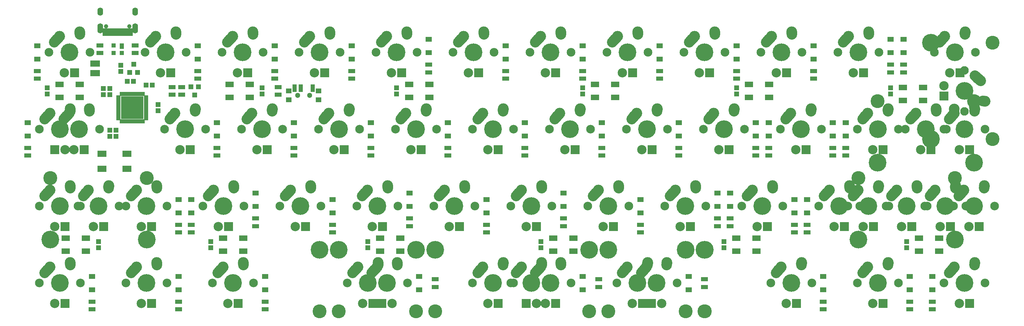
<source format=gbs>
G04 #@! TF.GenerationSoftware,KiCad,Pcbnew,(5.0.0)*
G04 #@! TF.CreationDate,2019-02-17T00:09:27-08:00*
G04 #@! TF.ProjectId,Voyager40,566F796167657234302E6B696361645F,rev?*
G04 #@! TF.SameCoordinates,Original*
G04 #@! TF.FileFunction,Soldermask,Bot*
G04 #@! TF.FilePolarity,Negative*
%FSLAX46Y46*%
G04 Gerber Fmt 4.6, Leading zero omitted, Abs format (unit mm)*
G04 Created by KiCad (PCBNEW (5.0.0)) date 02/17/19 00:09:27*
%MOMM*%
%LPD*%
G01*
G04 APERTURE LIST*
%ADD10R,1.150000X1.200000*%
%ADD11C,2.650000*%
%ADD12C,2.650000*%
%ADD13C,4.387800*%
%ADD14C,2.305000*%
%ADD15R,2.305000X2.305000*%
%ADD16C,2.150000*%
%ADD17R,1.600000X1.300000*%
%ADD18R,2.430000X1.540000*%
%ADD19C,3.448000*%
%ADD20R,1.700000X1.100000*%
%ADD21R,1.100000X1.400000*%
%ADD22R,1.100000X1.000000*%
%ADD23O,1.400000X2.000000*%
%ADD24O,1.400000X2.500000*%
%ADD25C,1.050000*%
%ADD26R,0.700000X1.850000*%
%ADD27R,1.000000X1.850000*%
%ADD28C,2.101800*%
%ADD29R,2.000000X1.400000*%
%ADD30R,1.200000X1.150000*%
%ADD31R,1.200000X1.300000*%
%ADD32R,2.200000X1.500000*%
%ADD33R,1.400000X1.200000*%
%ADD34R,1.100000X1.900000*%
%ADD35C,1.300000*%
%ADD36R,1.687500X1.687500*%
%ADD37R,0.650000X1.100000*%
%ADD38R,1.100000X0.650000*%
G04 APERTURE END LIST*
D10*
G04 #@! TO.C,C22*
X69500750Y-54121750D03*
X69500750Y-52621750D03*
G04 #@! TD*
D11*
G04 #@! TO.C,K_A1*
X78720000Y-53947500D03*
D12*
X78700000Y-54237500D02*
X78740000Y-53657500D01*
D11*
X78740000Y-53657500D03*
X73045001Y-55467500D03*
D12*
X72390000Y-56197500D02*
X73700002Y-54737500D01*
D13*
X76200000Y-58737500D03*
D11*
X73700000Y-54737500D03*
D14*
X74930000Y-63817500D03*
D15*
X77470000Y-63817500D03*
D16*
X71120000Y-58737500D03*
X81280000Y-58737500D03*
G04 #@! TD*
D17*
G04 #@! TO.C,D1*
X234156250Y-95187500D03*
X234156250Y-98487500D03*
G04 #@! TD*
G04 #@! TO.C,D16*
X39687500Y-38037500D03*
X39687500Y-41337500D03*
G04 #@! TD*
G04 #@! TO.C,D17*
X79375000Y-41337500D03*
X79375000Y-38037500D03*
G04 #@! TD*
G04 #@! TO.C,D18*
X98425000Y-38037500D03*
X98425000Y-41337500D03*
G04 #@! TD*
G04 #@! TO.C,D19*
X117475000Y-38037500D03*
X117475000Y-41337500D03*
G04 #@! TD*
G04 #@! TO.C,D20*
X136525000Y-36450000D03*
X136525000Y-39750000D03*
G04 #@! TD*
G04 #@! TO.C,D21*
X155575000Y-41337500D03*
X155575000Y-38037500D03*
G04 #@! TD*
G04 #@! TO.C,D22*
X174625000Y-38037500D03*
X174625000Y-41337500D03*
G04 #@! TD*
G04 #@! TO.C,D23*
X193675000Y-38037500D03*
X193675000Y-41337500D03*
G04 #@! TD*
G04 #@! TO.C,D24*
X212725000Y-41337500D03*
X212725000Y-38037500D03*
G04 #@! TD*
G04 #@! TO.C,D25*
X231775000Y-41337500D03*
X231775000Y-38037500D03*
G04 #@! TD*
G04 #@! TO.C,D26*
X250825000Y-39750000D03*
X250825000Y-36450000D03*
G04 #@! TD*
G04 #@! TO.C,D27*
X254000000Y-36450000D03*
X254000000Y-39750000D03*
G04 #@! TD*
G04 #@! TO.C,D31*
X37306250Y-60387500D03*
X37306250Y-57087500D03*
G04 #@! TD*
G04 #@! TO.C,D32*
X84137500Y-60387500D03*
X84137500Y-57087500D03*
G04 #@! TD*
G04 #@! TO.C,D33*
X103187500Y-57087500D03*
X103187500Y-60387500D03*
G04 #@! TD*
G04 #@! TO.C,D34*
X122237500Y-57087500D03*
X122237500Y-60387500D03*
G04 #@! TD*
G04 #@! TO.C,D35*
X141287500Y-60387500D03*
X141287500Y-57087500D03*
G04 #@! TD*
G04 #@! TO.C,D36*
X160337500Y-60387500D03*
X160337500Y-57087500D03*
G04 #@! TD*
G04 #@! TO.C,D37*
X179387500Y-60387500D03*
X179387500Y-57087500D03*
G04 #@! TD*
G04 #@! TO.C,D38*
X198437500Y-57087500D03*
X198437500Y-60387500D03*
G04 #@! TD*
G04 #@! TO.C,D39*
X217487500Y-60387500D03*
X217487500Y-57087500D03*
G04 #@! TD*
G04 #@! TO.C,D40*
X220662500Y-60387500D03*
X220662500Y-57087500D03*
G04 #@! TD*
G04 #@! TO.C,D41*
X239712500Y-60387500D03*
X239712500Y-57087500D03*
G04 #@! TD*
G04 #@! TO.C,D42*
X236537500Y-60387500D03*
X236537500Y-57087500D03*
G04 #@! TD*
G04 #@! TO.C,D44*
X74612500Y-76137500D03*
X74612500Y-79437500D03*
G04 #@! TD*
G04 #@! TO.C,D45*
X77787500Y-76137500D03*
X77787500Y-79437500D03*
G04 #@! TD*
G04 #@! TO.C,D46*
X93662500Y-77850000D03*
X93662500Y-74550000D03*
G04 #@! TD*
G04 #@! TO.C,D47*
X112712500Y-76137500D03*
X112712500Y-79437500D03*
G04 #@! TD*
G04 #@! TO.C,D48*
X131762500Y-77850000D03*
X131762500Y-74550000D03*
G04 #@! TD*
G04 #@! TO.C,D49*
X150812500Y-76137500D03*
X150812500Y-79437500D03*
G04 #@! TD*
G04 #@! TO.C,D50*
X169862500Y-77850000D03*
X169862500Y-74550000D03*
G04 #@! TD*
G04 #@! TO.C,D51*
X188912500Y-76137500D03*
X188912500Y-79437500D03*
G04 #@! TD*
G04 #@! TO.C,D52*
X207962500Y-74550000D03*
X207962500Y-77850000D03*
G04 #@! TD*
G04 #@! TO.C,D53*
X211137500Y-74550000D03*
X211137500Y-77850000D03*
G04 #@! TD*
G04 #@! TO.C,D54*
X230187500Y-76137500D03*
X230187500Y-79437500D03*
G04 #@! TD*
G04 #@! TO.C,D55*
X227012500Y-76137500D03*
X227012500Y-79437500D03*
G04 #@! TD*
G04 #@! TO.C,D58*
X134143750Y-98487500D03*
X134143750Y-95187500D03*
G04 #@! TD*
G04 #@! TO.C,D59*
X53181250Y-98487500D03*
X53181250Y-95187500D03*
G04 #@! TD*
G04 #@! TO.C,D60*
X74612500Y-95187500D03*
X74612500Y-98487500D03*
G04 #@! TD*
G04 #@! TO.C,D61*
X174625000Y-95187500D03*
X174625000Y-98487500D03*
G04 #@! TD*
G04 #@! TO.C,D62*
X200818750Y-98487500D03*
X200818750Y-95187500D03*
G04 #@! TD*
G04 #@! TO.C,D63*
X255587500Y-95187500D03*
X255587500Y-98487500D03*
G04 #@! TD*
G04 #@! TO.C,D64*
X261143750Y-98487500D03*
X261143750Y-95187500D03*
G04 #@! TD*
G04 #@! TO.C,D67*
X96043750Y-98487500D03*
X96043750Y-95187500D03*
G04 #@! TD*
D18*
G04 #@! TO.C,F1*
X53975000Y-42456250D03*
X53975000Y-44856250D03*
G04 #@! TD*
D11*
G04 #@! TO.C,K_\002C1*
X221595000Y-72997500D03*
D12*
X221575000Y-73287500D02*
X221615000Y-72707500D01*
D11*
X221615000Y-72707500D03*
X215920001Y-74517500D03*
D12*
X215265000Y-75247500D02*
X216575002Y-73787500D01*
D13*
X219075000Y-77787500D03*
D11*
X216575000Y-73787500D03*
D14*
X217805000Y-82867500D03*
D15*
X220345000Y-82867500D03*
D16*
X213995000Y-77787500D03*
X224155000Y-77787500D03*
G04 #@! TD*
D11*
G04 #@! TO.C,K_.1*
X240645000Y-72997500D03*
D12*
X240625000Y-73287500D02*
X240665000Y-72707500D01*
D11*
X240665000Y-72707500D03*
X234970001Y-74517500D03*
D12*
X234315000Y-75247500D02*
X235625002Y-73787500D01*
D13*
X238125000Y-77787500D03*
D11*
X235625000Y-73787500D03*
D14*
X236855000Y-82867500D03*
D15*
X239395000Y-82867500D03*
D16*
X233045000Y-77787500D03*
X243205000Y-77787500D03*
G04 #@! TD*
D11*
G04 #@! TO.C,K_;1*
X250170000Y-53947500D03*
D12*
X250150000Y-54237500D02*
X250190000Y-53657500D01*
D11*
X250190000Y-53657500D03*
X244495001Y-55467500D03*
D12*
X243840000Y-56197500D02*
X245150002Y-54737500D01*
D13*
X247650000Y-58737500D03*
D11*
X245150000Y-54737500D03*
D14*
X246380000Y-63817500D03*
D15*
X248920000Y-63817500D03*
D16*
X242570000Y-58737500D03*
X252730000Y-58737500D03*
G04 #@! TD*
G04 #@! TO.C,K_\005C1*
X271780000Y-39687500D03*
X261620000Y-39687500D03*
D15*
X267970000Y-44767500D03*
D14*
X265430000Y-44767500D03*
D11*
X264200000Y-35687500D03*
D13*
X266700000Y-39687500D03*
D11*
X263545001Y-36417500D03*
D12*
X262890000Y-37147500D02*
X264200002Y-35687500D01*
D11*
X269240000Y-34607500D03*
X269220000Y-34897500D03*
D12*
X269200000Y-35187500D02*
X269240000Y-34607500D01*
G04 #@! TD*
D16*
G04 #@! TO.C,K_ALT1*
X93186250Y-96837500D03*
X83026250Y-96837500D03*
D15*
X89376250Y-101917500D03*
D14*
X86836250Y-101917500D03*
D11*
X85606250Y-92837500D03*
D13*
X88106250Y-96837500D03*
D11*
X84951251Y-93567500D03*
D12*
X84296250Y-94297500D02*
X85606252Y-92837500D01*
D11*
X90646250Y-91757500D03*
X90626250Y-92047500D03*
D12*
X90606250Y-92337500D02*
X90646250Y-91757500D01*
G04 #@! TD*
D16*
G04 #@! TO.C,K_B1*
X167005000Y-77787500D03*
X156845000Y-77787500D03*
D15*
X163195000Y-82867500D03*
D14*
X160655000Y-82867500D03*
D11*
X159425000Y-73787500D03*
D13*
X161925000Y-77787500D03*
D11*
X158770001Y-74517500D03*
D12*
X158115000Y-75247500D02*
X159425002Y-73787500D01*
D11*
X164465000Y-72707500D03*
X164445000Y-72997500D03*
D12*
X164425000Y-73287500D02*
X164465000Y-72707500D01*
G04 #@! TD*
D16*
G04 #@! TO.C,K_C1*
X128905000Y-77787500D03*
X118745000Y-77787500D03*
D15*
X125095000Y-82867500D03*
D14*
X122555000Y-82867500D03*
D11*
X121325000Y-73787500D03*
D13*
X123825000Y-77787500D03*
D11*
X120670001Y-74517500D03*
D12*
X120015000Y-75247500D02*
X121325002Y-73787500D01*
D11*
X126365000Y-72707500D03*
X126345000Y-72997500D03*
D12*
X126325000Y-73287500D02*
X126365000Y-72707500D01*
G04 #@! TD*
D11*
G04 #@! TO.C,K_CAPS1*
X52526250Y-53947500D03*
D12*
X52506250Y-54237500D02*
X52546250Y-53657500D01*
D11*
X52546250Y-53657500D03*
X46851251Y-55467500D03*
D12*
X46196250Y-56197500D02*
X47506252Y-54737500D01*
D13*
X50006250Y-58737500D03*
D11*
X47506250Y-54737500D03*
D14*
X48736250Y-63817500D03*
D15*
X51276250Y-63817500D03*
D16*
X44926250Y-58737500D03*
X55086250Y-58737500D03*
G04 #@! TD*
D11*
G04 #@! TO.C,K_CAPS2*
X47763750Y-53947500D03*
D12*
X47743750Y-54237500D02*
X47783750Y-53657500D01*
D11*
X47783750Y-53657500D03*
X42088751Y-55467500D03*
D12*
X41433750Y-56197500D02*
X42743752Y-54737500D01*
D13*
X45243750Y-58737500D03*
D11*
X42743750Y-54737500D03*
D14*
X46513750Y-63817500D03*
D15*
X43973750Y-63817500D03*
D16*
X40163750Y-58737500D03*
X50323750Y-58737500D03*
G04 #@! TD*
D11*
G04 #@! TO.C,K_CTRL1*
X47763750Y-92047500D03*
D12*
X47743750Y-92337500D02*
X47783750Y-91757500D01*
D11*
X47783750Y-91757500D03*
X42088751Y-93567500D03*
D12*
X41433750Y-94297500D02*
X42743752Y-92837500D01*
D13*
X45243750Y-96837500D03*
D11*
X42743750Y-92837500D03*
D14*
X43973750Y-101917500D03*
D15*
X46513750Y-101917500D03*
D16*
X40163750Y-96837500D03*
X50323750Y-96837500D03*
G04 #@! TD*
G04 #@! TO.C,K_D1*
X119380000Y-58737500D03*
X109220000Y-58737500D03*
D15*
X115570000Y-63817500D03*
D14*
X113030000Y-63817500D03*
D11*
X111800000Y-54737500D03*
D13*
X114300000Y-58737500D03*
D11*
X111145001Y-55467500D03*
D12*
X110490000Y-56197500D02*
X111800002Y-54737500D01*
D11*
X116840000Y-53657500D03*
X116820000Y-53947500D03*
D12*
X116800000Y-54237500D02*
X116840000Y-53657500D01*
G04 #@! TD*
D16*
G04 #@! TO.C,K_E1*
X114617500Y-39687500D03*
X104457500Y-39687500D03*
D15*
X110807500Y-44767500D03*
D14*
X108267500Y-44767500D03*
D11*
X107037500Y-35687500D03*
D13*
X109537500Y-39687500D03*
D11*
X106382501Y-36417500D03*
D12*
X105727500Y-37147500D02*
X107037502Y-35687500D01*
D11*
X112077500Y-34607500D03*
X112057500Y-34897500D03*
D12*
X112037500Y-35187500D02*
X112077500Y-34607500D01*
G04 #@! TD*
D11*
G04 #@! TO.C,K_F1*
X135870000Y-53947500D03*
D12*
X135850000Y-54237500D02*
X135890000Y-53657500D01*
D11*
X135890000Y-53657500D03*
X130195001Y-55467500D03*
D12*
X129540000Y-56197500D02*
X130850002Y-54737500D01*
D13*
X133350000Y-58737500D03*
D11*
X130850000Y-54737500D03*
D14*
X132080000Y-63817500D03*
D15*
X134620000Y-63817500D03*
D16*
X128270000Y-58737500D03*
X138430000Y-58737500D03*
G04 #@! TD*
G04 #@! TO.C,K_G1*
X157480000Y-58737500D03*
X147320000Y-58737500D03*
D15*
X153670000Y-63817500D03*
D14*
X151130000Y-63817500D03*
D11*
X149900000Y-54737500D03*
D13*
X152400000Y-58737500D03*
D11*
X149245001Y-55467500D03*
D12*
X148590000Y-56197500D02*
X149900002Y-54737500D01*
D11*
X154940000Y-53657500D03*
X154920000Y-53947500D03*
D12*
X154900000Y-54237500D02*
X154940000Y-53657500D01*
G04 #@! TD*
D16*
G04 #@! TO.C,K_H1*
X176530000Y-58737500D03*
X166370000Y-58737500D03*
D15*
X172720000Y-63817500D03*
D14*
X170180000Y-63817500D03*
D11*
X168950000Y-54737500D03*
D13*
X171450000Y-58737500D03*
D11*
X168295001Y-55467500D03*
D12*
X167640000Y-56197500D02*
X168950002Y-54737500D01*
D11*
X173990000Y-53657500D03*
X173970000Y-53947500D03*
D12*
X173950000Y-54237500D02*
X173990000Y-53657500D01*
G04 #@! TD*
D11*
G04 #@! TO.C,K_I1*
X207307500Y-34897500D03*
D12*
X207287500Y-35187500D02*
X207327500Y-34607500D01*
D11*
X207327500Y-34607500D03*
X201632501Y-36417500D03*
D12*
X200977500Y-37147500D02*
X202287502Y-35687500D01*
D13*
X204787500Y-39687500D03*
D11*
X202287500Y-35687500D03*
D14*
X203517500Y-44767500D03*
D15*
X206057500Y-44767500D03*
D16*
X199707500Y-39687500D03*
X209867500Y-39687500D03*
G04 #@! TD*
G04 #@! TO.C,K_J1*
X195580000Y-58737500D03*
X185420000Y-58737500D03*
D15*
X191770000Y-63817500D03*
D14*
X189230000Y-63817500D03*
D11*
X188000000Y-54737500D03*
D13*
X190500000Y-58737500D03*
D11*
X187345001Y-55467500D03*
D12*
X186690000Y-56197500D02*
X188000002Y-54737500D01*
D11*
X193040000Y-53657500D03*
X193020000Y-53947500D03*
D12*
X193000000Y-54237500D02*
X193040000Y-53657500D01*
G04 #@! TD*
D16*
G04 #@! TO.C,K_K1*
X214630000Y-58737500D03*
X204470000Y-58737500D03*
D15*
X210820000Y-63817500D03*
D14*
X208280000Y-63817500D03*
D11*
X207050000Y-54737500D03*
D13*
X209550000Y-58737500D03*
D11*
X206395001Y-55467500D03*
D12*
X205740000Y-56197500D02*
X207050002Y-54737500D01*
D11*
X212090000Y-53657500D03*
X212070000Y-53947500D03*
D12*
X212050000Y-54237500D02*
X212090000Y-53657500D01*
G04 #@! TD*
D11*
G04 #@! TO.C,K_L1*
X231120000Y-53947500D03*
D12*
X231100000Y-54237500D02*
X231140000Y-53657500D01*
D11*
X231140000Y-53657500D03*
X225445001Y-55467500D03*
D12*
X224790000Y-56197500D02*
X226100002Y-54737500D01*
D13*
X228600000Y-58737500D03*
D11*
X226100000Y-54737500D03*
D14*
X227330000Y-63817500D03*
D15*
X229870000Y-63817500D03*
D16*
X223520000Y-58737500D03*
X233680000Y-58737500D03*
G04 #@! TD*
D11*
G04 #@! TO.C,K_LSPACE1*
X123963750Y-92047500D03*
D12*
X123943750Y-92337500D02*
X123983750Y-91757500D01*
D11*
X123983750Y-91757500D03*
X118288751Y-93567500D03*
D12*
X117633750Y-94297500D02*
X118943752Y-92837500D01*
D13*
X121443750Y-96837500D03*
D11*
X118943750Y-92837500D03*
D14*
X120173750Y-101917500D03*
D15*
X122713750Y-101917500D03*
D16*
X116363750Y-96837500D03*
X126523750Y-96837500D03*
D19*
X109505750Y-103822500D03*
X133381750Y-103822500D03*
D13*
X109505750Y-88582500D03*
X133381750Y-88582500D03*
G04 #@! TD*
D11*
G04 #@! TO.C,K_M1*
X202545000Y-72997500D03*
D12*
X202525000Y-73287500D02*
X202565000Y-72707500D01*
D11*
X202565000Y-72707500D03*
X196870001Y-74517500D03*
D12*
X196215000Y-75247500D02*
X197525002Y-73787500D01*
D13*
X200025000Y-77787500D03*
D11*
X197525000Y-73787500D03*
D14*
X198755000Y-82867500D03*
D15*
X201295000Y-82867500D03*
D16*
X194945000Y-77787500D03*
X205105000Y-77787500D03*
G04 #@! TD*
D11*
G04 #@! TO.C,K_N1*
X183495000Y-72997500D03*
D12*
X183475000Y-73287500D02*
X183515000Y-72707500D01*
D11*
X183515000Y-72707500D03*
X177820001Y-74517500D03*
D12*
X177165000Y-75247500D02*
X178475002Y-73787500D01*
D13*
X180975000Y-77787500D03*
D11*
X178475000Y-73787500D03*
D14*
X179705000Y-82867500D03*
D15*
X182245000Y-82867500D03*
D16*
X175895000Y-77787500D03*
X186055000Y-77787500D03*
G04 #@! TD*
D11*
G04 #@! TO.C,K_O1*
X226357500Y-34897500D03*
D12*
X226337500Y-35187500D02*
X226377500Y-34607500D01*
D11*
X226377500Y-34607500D03*
X220682501Y-36417500D03*
D12*
X220027500Y-37147500D02*
X221337502Y-35687500D01*
D13*
X223837500Y-39687500D03*
D11*
X221337500Y-35687500D03*
D14*
X222567500Y-44767500D03*
D15*
X225107500Y-44767500D03*
D16*
X218757500Y-39687500D03*
X228917500Y-39687500D03*
G04 #@! TD*
D11*
G04 #@! TO.C,K_P1*
X245407500Y-34897500D03*
D12*
X245387500Y-35187500D02*
X245427500Y-34607500D01*
D11*
X245427500Y-34607500D03*
X239732501Y-36417500D03*
D12*
X239077500Y-37147500D02*
X240387502Y-35687500D01*
D13*
X242887500Y-39687500D03*
D11*
X240387500Y-35687500D03*
D14*
X241617500Y-44767500D03*
D15*
X244157500Y-44767500D03*
D16*
X237807500Y-39687500D03*
X247967500Y-39687500D03*
G04 #@! TD*
G04 #@! TO.C,K_Q1*
X76517500Y-39687500D03*
X66357500Y-39687500D03*
D15*
X72707500Y-44767500D03*
D14*
X70167500Y-44767500D03*
D11*
X68937500Y-35687500D03*
D13*
X71437500Y-39687500D03*
D11*
X68282501Y-36417500D03*
D12*
X67627500Y-37147500D02*
X68937502Y-35687500D01*
D11*
X73977500Y-34607500D03*
X73957500Y-34897500D03*
D12*
X73937500Y-35187500D02*
X73977500Y-34607500D01*
G04 #@! TD*
D11*
G04 #@! TO.C,K_R1*
X131107500Y-34897500D03*
D12*
X131087500Y-35187500D02*
X131127500Y-34607500D01*
D11*
X131127500Y-34607500D03*
X125432501Y-36417500D03*
D12*
X124777500Y-37147500D02*
X126087502Y-35687500D01*
D13*
X128587500Y-39687500D03*
D11*
X126087500Y-35687500D03*
D14*
X127317500Y-44767500D03*
D15*
X129857500Y-44767500D03*
D16*
X123507500Y-39687500D03*
X133667500Y-39687500D03*
G04 #@! TD*
G04 #@! TO.C,K_RALT1*
X231298750Y-96837500D03*
X221138750Y-96837500D03*
D15*
X227488750Y-101917500D03*
D14*
X224948750Y-101917500D03*
D11*
X223718750Y-92837500D03*
D13*
X226218750Y-96837500D03*
D11*
X223063751Y-93567500D03*
D12*
X222408750Y-94297500D02*
X223718752Y-92837500D01*
D11*
X228758750Y-91757500D03*
X228738750Y-92047500D03*
D12*
X228718750Y-92337500D02*
X228758750Y-91757500D01*
G04 #@! TD*
D11*
G04 #@! TO.C,K_RCTRL1*
X271601250Y-92047500D03*
D12*
X271581250Y-92337500D02*
X271621250Y-91757500D01*
D11*
X271621250Y-91757500D03*
X265926251Y-93567500D03*
D12*
X265271250Y-94297500D02*
X266581252Y-92837500D01*
D13*
X269081250Y-96837500D03*
D11*
X266581250Y-92837500D03*
D14*
X267811250Y-101917500D03*
D15*
X270351250Y-101917500D03*
D16*
X264001250Y-96837500D03*
X274161250Y-96837500D03*
G04 #@! TD*
D13*
G04 #@! TO.C,K_RSPACE1*
X200056750Y-88582500D03*
X176180750Y-88582500D03*
D19*
X200056750Y-103822500D03*
X176180750Y-103822500D03*
D16*
X193198750Y-96837500D03*
X183038750Y-96837500D03*
D15*
X189388750Y-101917500D03*
D14*
X186848750Y-101917500D03*
D11*
X185618750Y-92837500D03*
D13*
X188118750Y-96837500D03*
D11*
X184963751Y-93567500D03*
D12*
X184308750Y-94297500D02*
X185618752Y-92837500D01*
D11*
X190658750Y-91757500D03*
X190638750Y-92047500D03*
D12*
X190618750Y-92337500D02*
X190658750Y-91757500D01*
G04 #@! TD*
D16*
G04 #@! TO.C,K_RWIN1*
X252730000Y-96837500D03*
X242570000Y-96837500D03*
D15*
X248920000Y-101917500D03*
D14*
X246380000Y-101917500D03*
D11*
X245150000Y-92837500D03*
D13*
X247650000Y-96837500D03*
D11*
X244495001Y-93567500D03*
D12*
X243840000Y-94297500D02*
X245150002Y-92837500D01*
D11*
X250190000Y-91757500D03*
X250170000Y-92047500D03*
D12*
X250150000Y-92337500D02*
X250190000Y-91757500D01*
G04 #@! TD*
D16*
G04 #@! TO.C,K_S1*
X100330000Y-58737500D03*
X90170000Y-58737500D03*
D15*
X96520000Y-63817500D03*
D14*
X93980000Y-63817500D03*
D11*
X92750000Y-54737500D03*
D13*
X95250000Y-58737500D03*
D11*
X92095001Y-55467500D03*
D12*
X91440000Y-56197500D02*
X92750002Y-54737500D01*
D11*
X97790000Y-53657500D03*
X97770000Y-53947500D03*
D12*
X97750000Y-54237500D02*
X97790000Y-53657500D01*
G04 #@! TD*
D11*
G04 #@! TO.C,K_SHIFT1*
X57288750Y-72997500D03*
D12*
X57268750Y-73287500D02*
X57308750Y-72707500D01*
D11*
X57308750Y-72707500D03*
X51613751Y-74517500D03*
D12*
X50958750Y-75247500D02*
X52268752Y-73787500D01*
D13*
X54768750Y-77787500D03*
D11*
X52268750Y-73787500D03*
D14*
X53498750Y-82867500D03*
D15*
X56038750Y-82867500D03*
D16*
X49688750Y-77787500D03*
X59848750Y-77787500D03*
D19*
X42830750Y-70802500D03*
X66706750Y-70802500D03*
D13*
X42830750Y-86042500D03*
X66706750Y-86042500D03*
G04 #@! TD*
D11*
G04 #@! TO.C,K_SHIFT2*
X47763750Y-72997500D03*
D12*
X47743750Y-73287500D02*
X47783750Y-72707500D01*
D11*
X47783750Y-72707500D03*
X42088751Y-74517500D03*
D12*
X41433750Y-75247500D02*
X42743752Y-73787500D01*
D13*
X45243750Y-77787500D03*
D11*
X42743750Y-73787500D03*
D14*
X43973750Y-82867500D03*
D15*
X46513750Y-82867500D03*
D16*
X40163750Y-77787500D03*
X50323750Y-77787500D03*
G04 #@! TD*
G04 #@! TO.C,K_SHIFT3*
X71755000Y-77787500D03*
X61595000Y-77787500D03*
D15*
X67945000Y-82867500D03*
D14*
X65405000Y-82867500D03*
D11*
X64175000Y-73787500D03*
D13*
X66675000Y-77787500D03*
D11*
X63520001Y-74517500D03*
D12*
X62865000Y-75247500D02*
X64175002Y-73787500D01*
D11*
X69215000Y-72707500D03*
X69195000Y-72997500D03*
D12*
X69175000Y-73287500D02*
X69215000Y-72707500D01*
G04 #@! TD*
D16*
G04 #@! TO.C,K_SPACE3*
X157480000Y-96837500D03*
X147320000Y-96837500D03*
D15*
X153670000Y-101917500D03*
D14*
X151130000Y-101917500D03*
D11*
X149900000Y-92837500D03*
D13*
X152400000Y-96837500D03*
D11*
X149245001Y-93567500D03*
D12*
X148590000Y-94297500D02*
X149900002Y-92837500D01*
D11*
X154940000Y-91757500D03*
X154920000Y-92047500D03*
D12*
X154900000Y-92337500D02*
X154940000Y-91757500D01*
G04 #@! TD*
D11*
G04 #@! TO.C,K_T1*
X150157500Y-34897500D03*
D12*
X150137500Y-35187500D02*
X150177500Y-34607500D01*
D11*
X150177500Y-34607500D03*
X144482501Y-36417500D03*
D12*
X143827500Y-37147500D02*
X145137502Y-35687500D01*
D13*
X147637500Y-39687500D03*
D11*
X145137500Y-35687500D03*
D14*
X146367500Y-44767500D03*
D15*
X148907500Y-44767500D03*
D16*
X142557500Y-39687500D03*
X152717500Y-39687500D03*
G04 #@! TD*
D11*
G04 #@! TO.C,K_TAB1*
X50145000Y-34897500D03*
D12*
X50125000Y-35187500D02*
X50165000Y-34607500D01*
D11*
X50165000Y-34607500D03*
X44470001Y-36417500D03*
D12*
X43815000Y-37147500D02*
X45125002Y-35687500D01*
D13*
X47625000Y-39687500D03*
D11*
X45125000Y-35687500D03*
D14*
X46355000Y-44767500D03*
D15*
X48895000Y-44767500D03*
D16*
X42545000Y-39687500D03*
X52705000Y-39687500D03*
G04 #@! TD*
G04 #@! TO.C,K_U1*
X190817500Y-39687500D03*
X180657500Y-39687500D03*
D15*
X187007500Y-44767500D03*
D14*
X184467500Y-44767500D03*
D11*
X183237500Y-35687500D03*
D13*
X185737500Y-39687500D03*
D11*
X182582501Y-36417500D03*
D12*
X181927500Y-37147500D02*
X183237502Y-35687500D01*
D11*
X188277500Y-34607500D03*
X188257500Y-34897500D03*
D12*
X188237500Y-35187500D02*
X188277500Y-34607500D01*
G04 #@! TD*
D11*
G04 #@! TO.C,K_V1*
X145395000Y-72997500D03*
D12*
X145375000Y-73287500D02*
X145415000Y-72707500D01*
D11*
X145415000Y-72707500D03*
X139720001Y-74517500D03*
D12*
X139065000Y-75247500D02*
X140375002Y-73787500D01*
D13*
X142875000Y-77787500D03*
D11*
X140375000Y-73787500D03*
D14*
X141605000Y-82867500D03*
D15*
X144145000Y-82867500D03*
D16*
X137795000Y-77787500D03*
X147955000Y-77787500D03*
G04 #@! TD*
D11*
G04 #@! TO.C,K_W1*
X93007500Y-34897500D03*
D12*
X92987500Y-35187500D02*
X93027500Y-34607500D01*
D11*
X93027500Y-34607500D03*
X87332501Y-36417500D03*
D12*
X86677500Y-37147500D02*
X87987502Y-35687500D01*
D13*
X90487500Y-39687500D03*
D11*
X87987500Y-35687500D03*
D14*
X89217500Y-44767500D03*
D15*
X91757500Y-44767500D03*
D16*
X85407500Y-39687500D03*
X95567500Y-39687500D03*
G04 #@! TD*
G04 #@! TO.C,K_WIN1*
X71755000Y-96837500D03*
X61595000Y-96837500D03*
D15*
X67945000Y-101917500D03*
D14*
X65405000Y-101917500D03*
D11*
X64175000Y-92837500D03*
D13*
X66675000Y-96837500D03*
D11*
X63520001Y-93567500D03*
D12*
X62865000Y-94297500D02*
X64175002Y-92837500D01*
D11*
X69215000Y-91757500D03*
X69195000Y-92047500D03*
D12*
X69175000Y-92337500D02*
X69215000Y-91757500D01*
G04 #@! TD*
D11*
G04 #@! TO.C,K_X1*
X107295000Y-72997500D03*
D12*
X107275000Y-73287500D02*
X107315000Y-72707500D01*
D11*
X107315000Y-72707500D03*
X101620001Y-74517500D03*
D12*
X100965000Y-75247500D02*
X102275002Y-73787500D01*
D13*
X104775000Y-77787500D03*
D11*
X102275000Y-73787500D03*
D14*
X103505000Y-82867500D03*
D15*
X106045000Y-82867500D03*
D16*
X99695000Y-77787500D03*
X109855000Y-77787500D03*
G04 #@! TD*
G04 #@! TO.C,K_Y1*
X171767500Y-39687500D03*
X161607500Y-39687500D03*
D15*
X167957500Y-44767500D03*
D14*
X165417500Y-44767500D03*
D11*
X164187500Y-35687500D03*
D13*
X166687500Y-39687500D03*
D11*
X163532501Y-36417500D03*
D12*
X162877500Y-37147500D02*
X164187502Y-35687500D01*
D11*
X169227500Y-34607500D03*
X169207500Y-34897500D03*
D12*
X169187500Y-35187500D02*
X169227500Y-34607500D01*
G04 #@! TD*
D11*
G04 #@! TO.C,K_Z1*
X88245000Y-72997500D03*
D12*
X88225000Y-73287500D02*
X88265000Y-72707500D01*
D11*
X88265000Y-72707500D03*
X82570001Y-74517500D03*
D12*
X81915000Y-75247500D02*
X83225002Y-73787500D01*
D13*
X85725000Y-77787500D03*
D11*
X83225000Y-73787500D03*
D14*
X84455000Y-82867500D03*
D15*
X86995000Y-82867500D03*
D16*
X80645000Y-77787500D03*
X90805000Y-77787500D03*
G04 #@! TD*
D20*
G04 #@! TO.C,R1*
X234156250Y-103343750D03*
X234156250Y-101443750D03*
G04 #@! TD*
G04 #@! TO.C,R16*
X39687500Y-44293750D03*
X39687500Y-46193750D03*
G04 #@! TD*
G04 #@! TO.C,R17*
X79375000Y-44293750D03*
X79375000Y-46193750D03*
G04 #@! TD*
G04 #@! TO.C,R18*
X98425000Y-46193750D03*
X98425000Y-44293750D03*
G04 #@! TD*
G04 #@! TO.C,R19*
X117475000Y-44293750D03*
X117475000Y-46193750D03*
G04 #@! TD*
G04 #@! TO.C,R20*
X136525000Y-44606250D03*
X136525000Y-42706250D03*
G04 #@! TD*
G04 #@! TO.C,R21*
X155575000Y-46193750D03*
X155575000Y-44293750D03*
G04 #@! TD*
G04 #@! TO.C,R22*
X174625000Y-44293750D03*
X174625000Y-46193750D03*
G04 #@! TD*
G04 #@! TO.C,R23*
X193675000Y-46193750D03*
X193675000Y-44293750D03*
G04 #@! TD*
G04 #@! TO.C,R24*
X212725000Y-46193750D03*
X212725000Y-44293750D03*
G04 #@! TD*
G04 #@! TO.C,R25*
X231775000Y-44293750D03*
X231775000Y-46193750D03*
G04 #@! TD*
G04 #@! TO.C,R26*
X250825000Y-42706250D03*
X250825000Y-44606250D03*
G04 #@! TD*
G04 #@! TO.C,R27*
X254000000Y-44606250D03*
X254000000Y-42706250D03*
G04 #@! TD*
G04 #@! TO.C,R31*
X37306250Y-65243750D03*
X37306250Y-63343750D03*
G04 #@! TD*
G04 #@! TO.C,R32*
X84137500Y-63343750D03*
X84137500Y-65243750D03*
G04 #@! TD*
G04 #@! TO.C,R33*
X103187500Y-63343750D03*
X103187500Y-65243750D03*
G04 #@! TD*
G04 #@! TO.C,R34*
X122237500Y-65243750D03*
X122237500Y-63343750D03*
G04 #@! TD*
G04 #@! TO.C,R35*
X141287500Y-65243750D03*
X141287500Y-63343750D03*
G04 #@! TD*
G04 #@! TO.C,R36*
X160337500Y-63343750D03*
X160337500Y-65243750D03*
G04 #@! TD*
G04 #@! TO.C,R37*
X179387500Y-65243750D03*
X179387500Y-63343750D03*
G04 #@! TD*
G04 #@! TO.C,R38*
X198437500Y-63343750D03*
X198437500Y-65243750D03*
G04 #@! TD*
G04 #@! TO.C,R39*
X217487500Y-65243750D03*
X217487500Y-63343750D03*
G04 #@! TD*
G04 #@! TO.C,R40*
X220662500Y-63343750D03*
X220662500Y-65243750D03*
G04 #@! TD*
G04 #@! TO.C,R41*
X239712500Y-65243750D03*
X239712500Y-63343750D03*
G04 #@! TD*
G04 #@! TO.C,R42*
X236537500Y-65243750D03*
X236537500Y-63343750D03*
G04 #@! TD*
G04 #@! TO.C,R44*
X74612500Y-82393750D03*
X74612500Y-84293750D03*
G04 #@! TD*
G04 #@! TO.C,R45*
X77787500Y-82393750D03*
X77787500Y-84293750D03*
G04 #@! TD*
G04 #@! TO.C,R46*
X93662500Y-82706250D03*
X93662500Y-80806250D03*
G04 #@! TD*
G04 #@! TO.C,R47*
X112712500Y-84293750D03*
X112712500Y-82393750D03*
G04 #@! TD*
G04 #@! TO.C,R48*
X131762500Y-80806250D03*
X131762500Y-82706250D03*
G04 #@! TD*
G04 #@! TO.C,R49*
X150812500Y-82393750D03*
X150812500Y-84293750D03*
G04 #@! TD*
G04 #@! TO.C,R50*
X169862500Y-82706250D03*
X169862500Y-80806250D03*
G04 #@! TD*
G04 #@! TO.C,R51*
X188912500Y-84293750D03*
X188912500Y-82393750D03*
G04 #@! TD*
G04 #@! TO.C,R52*
X207962500Y-80806250D03*
X207962500Y-82706250D03*
G04 #@! TD*
G04 #@! TO.C,R53*
X211137500Y-80806250D03*
X211137500Y-82706250D03*
G04 #@! TD*
G04 #@! TO.C,R54*
X230187500Y-82393750D03*
X230187500Y-84293750D03*
G04 #@! TD*
G04 #@! TO.C,R55*
X227012500Y-82393750D03*
X227012500Y-84293750D03*
G04 #@! TD*
G04 #@! TO.C,R58*
X138112500Y-97787500D03*
X138112500Y-95887500D03*
G04 #@! TD*
G04 #@! TO.C,R59*
X53181250Y-101443750D03*
X53181250Y-103343750D03*
G04 #@! TD*
G04 #@! TO.C,R60*
X74612500Y-103343750D03*
X74612500Y-101443750D03*
G04 #@! TD*
G04 #@! TO.C,R61*
X178593750Y-97787500D03*
X178593750Y-95887500D03*
G04 #@! TD*
G04 #@! TO.C,R62*
X204787500Y-95887500D03*
X204787500Y-97787500D03*
G04 #@! TD*
G04 #@! TO.C,R63*
X255587500Y-103343750D03*
X255587500Y-101443750D03*
G04 #@! TD*
G04 #@! TO.C,R64*
X261143750Y-101443750D03*
X261143750Y-103343750D03*
G04 #@! TD*
G04 #@! TO.C,R72*
X96043750Y-101443750D03*
X96043750Y-103343750D03*
G04 #@! TD*
G04 #@! TO.C,R73*
X55165625Y-37943750D03*
X55165625Y-39843750D03*
G04 #@! TD*
G04 #@! TO.C,R74*
X63896875Y-39843750D03*
X63896875Y-37943750D03*
G04 #@! TD*
D21*
G04 #@! TO.C,U2*
X60531250Y-38143750D03*
D22*
X58531250Y-37943750D03*
X60531250Y-39843750D03*
X58531250Y-39843750D03*
G04 #@! TD*
D23*
G04 #@! TO.C,USB1*
X63851250Y-29587500D03*
X55211250Y-29587500D03*
D24*
X63851250Y-33767500D03*
X55211250Y-33767500D03*
D25*
X56641250Y-33237500D03*
X62421250Y-33237500D03*
D26*
X59281250Y-34682500D03*
X59781250Y-34682500D03*
X60281250Y-34682500D03*
X58781250Y-34682500D03*
X60781250Y-34682500D03*
X58281250Y-34682500D03*
X61281250Y-34682500D03*
X57781250Y-34682500D03*
D27*
X57081250Y-34682500D03*
X61981250Y-34682500D03*
X56306250Y-34682500D03*
X62756250Y-34682500D03*
G04 #@! TD*
D11*
G04 #@! TO.C,K_ENTER1*
X262076250Y-53947500D03*
D12*
X262056250Y-54237500D02*
X262096250Y-53657500D01*
D11*
X262096250Y-53657500D03*
X256401251Y-55467500D03*
D12*
X255746250Y-56197500D02*
X257056252Y-54737500D01*
D13*
X259556250Y-58737500D03*
D11*
X257056250Y-54737500D03*
D14*
X258286250Y-63817500D03*
D15*
X260826250Y-63817500D03*
D16*
X254476250Y-58737500D03*
X264636250Y-58737500D03*
D19*
X247618250Y-51752500D03*
X271494250Y-51752500D03*
D13*
X247618250Y-66992500D03*
X271494250Y-66992500D03*
G04 #@! TD*
D11*
G04 #@! TO.C,K_ENTER2*
X271601250Y-53947500D03*
D12*
X271581250Y-54237500D02*
X271621250Y-53657500D01*
D11*
X271621250Y-53657500D03*
X265926251Y-55467500D03*
D12*
X265271250Y-56197500D02*
X266581252Y-54737500D01*
D13*
X269081250Y-58737500D03*
D11*
X266581250Y-54737500D03*
D14*
X267811250Y-63817500D03*
D15*
X270351250Y-63817500D03*
D16*
X264001250Y-58737500D03*
X274161250Y-58737500D03*
G04 #@! TD*
D11*
G04 #@! TO.C,K_ENTER3*
X273871250Y-51732499D03*
D12*
X273581250Y-51712500D02*
X274161250Y-51752498D01*
D11*
X274161250Y-51752500D03*
X272351254Y-46057495D03*
D12*
X271621250Y-45402500D02*
X273081258Y-46712490D01*
D13*
X269081250Y-49212500D03*
D11*
X273081250Y-46712500D03*
D15*
X264001250Y-50482500D03*
D14*
X264001250Y-47942500D03*
D28*
X269081250Y-44132500D03*
X269081250Y-54292500D03*
D11*
X271581250Y-53212500D03*
X266581250Y-53712500D03*
D19*
X276066250Y-61150500D03*
X276066250Y-37274500D03*
D13*
X260826250Y-61150500D03*
X260826250Y-37274500D03*
G04 #@! TD*
D16*
G04 #@! TO.C,K_RSHIFT1*
X269398750Y-77787500D03*
X259238750Y-77787500D03*
D15*
X265588750Y-82867500D03*
D14*
X263048750Y-82867500D03*
D11*
X261818750Y-73787500D03*
D13*
X264318750Y-77787500D03*
D11*
X261163751Y-74517500D03*
D12*
X260508750Y-75247500D02*
X261818752Y-73787500D01*
D11*
X266858750Y-72707500D03*
X266838750Y-72997500D03*
D12*
X266818750Y-73287500D02*
X266858750Y-72707500D01*
G04 #@! TD*
D11*
G04 #@! TO.C,K_RSHIFT2*
X247788750Y-72997500D03*
D12*
X247768750Y-73287500D02*
X247808750Y-72707500D01*
D11*
X247808750Y-72707500D03*
X242113751Y-74517500D03*
D12*
X241458750Y-75247500D02*
X242768752Y-73787500D01*
D13*
X245268750Y-77787500D03*
D11*
X242768750Y-73787500D03*
D14*
X243998750Y-82867500D03*
D15*
X246538750Y-82867500D03*
D16*
X240188750Y-77787500D03*
X250348750Y-77787500D03*
G04 #@! TD*
D11*
G04 #@! TO.C,K_RSHIFT3*
X273982500Y-72997500D03*
D12*
X273962500Y-73287500D02*
X274002500Y-72707500D01*
D11*
X274002500Y-72707500D03*
X268307501Y-74517500D03*
D12*
X267652500Y-75247500D02*
X268962502Y-73787500D01*
D13*
X271462500Y-77787500D03*
D11*
X268962500Y-73787500D03*
D14*
X270192500Y-82867500D03*
D15*
X272732500Y-82867500D03*
D16*
X266382500Y-77787500D03*
X276542500Y-77787500D03*
G04 #@! TD*
D11*
G04 #@! TO.C,K_RSHIFT4*
X257313750Y-72997500D03*
D12*
X257293750Y-73287500D02*
X257333750Y-72707500D01*
D11*
X257333750Y-72707500D03*
X251638751Y-74517500D03*
D12*
X250983750Y-75247500D02*
X252293752Y-73787500D01*
D13*
X254793750Y-77787500D03*
D11*
X252293750Y-73787500D03*
D14*
X253523750Y-82867500D03*
D15*
X256063750Y-82867500D03*
D16*
X249713750Y-77787500D03*
X259873750Y-77787500D03*
D19*
X242855750Y-70802500D03*
X266731750Y-70802500D03*
D13*
X242855750Y-86042500D03*
X266731750Y-86042500D03*
G04 #@! TD*
D11*
G04 #@! TO.C,K_SPACE2*
X169207500Y-92047500D03*
D12*
X169187500Y-92337500D02*
X169227500Y-91757500D01*
D11*
X169227500Y-91757500D03*
X163532501Y-93567500D03*
D12*
X162877500Y-94297500D02*
X164187502Y-92837500D01*
D13*
X166687500Y-96837500D03*
D11*
X164187500Y-92837500D03*
D14*
X165417500Y-101917500D03*
D15*
X167957500Y-101917500D03*
D16*
X161607500Y-96837500D03*
X171767500Y-96837500D03*
D19*
X109537500Y-103822500D03*
X204787500Y-103822500D03*
D13*
X109537500Y-88582500D03*
X204787500Y-88582500D03*
G04 #@! TD*
D11*
G04 #@! TO.C,K_SPACE4*
X164445000Y-92047500D03*
D12*
X164425000Y-92337500D02*
X164465000Y-91757500D01*
D11*
X164465000Y-91757500D03*
X158770001Y-93567500D03*
D12*
X158115000Y-94297500D02*
X159425002Y-92837500D01*
D13*
X161925000Y-96837500D03*
D11*
X159425000Y-92837500D03*
D14*
X163195000Y-101917500D03*
D15*
X160655000Y-101917500D03*
D16*
X156845000Y-96837500D03*
X167005000Y-96837500D03*
G04 #@! TD*
D11*
G04 #@! TO.C,K_LSPACE2*
X128726250Y-92047500D03*
D12*
X128706250Y-92337500D02*
X128746250Y-91757500D01*
D11*
X128746250Y-91757500D03*
X123051251Y-93567500D03*
D12*
X122396250Y-94297500D02*
X123706252Y-92837500D01*
D13*
X126206250Y-96837500D03*
D11*
X123706250Y-92837500D03*
D14*
X127476250Y-101917500D03*
D15*
X124936250Y-101917500D03*
D16*
X121126250Y-96837500D03*
X131286250Y-96837500D03*
D19*
X114268250Y-103822500D03*
X138144250Y-103822500D03*
D13*
X114268250Y-88582500D03*
X138144250Y-88582500D03*
G04 #@! TD*
D11*
G04 #@! TO.C,K_RSPACE2*
X195401250Y-92047500D03*
D12*
X195381250Y-92337500D02*
X195421250Y-91757500D01*
D11*
X195421250Y-91757500D03*
X189726251Y-93567500D03*
D12*
X189071250Y-94297500D02*
X190381252Y-92837500D01*
D13*
X192881250Y-96837500D03*
D11*
X190381250Y-92837500D03*
D14*
X194151250Y-101917500D03*
D15*
X191611250Y-101917500D03*
D16*
X187801250Y-96837500D03*
X197961250Y-96837500D03*
D19*
X180943250Y-103822500D03*
X204819250Y-103822500D03*
D13*
X180943250Y-88582500D03*
X204819250Y-88582500D03*
G04 #@! TD*
D10*
G04 #@! TO.C,C1*
X42068750Y-49962500D03*
X42068750Y-48462500D03*
G04 #@! TD*
G04 #@! TO.C,C5*
X95250000Y-48462500D03*
X95250000Y-49962500D03*
G04 #@! TD*
G04 #@! TO.C,C9*
X128587500Y-49962500D03*
X128587500Y-48462500D03*
G04 #@! TD*
G04 #@! TO.C,C10*
X174625000Y-48462500D03*
X174625000Y-49962500D03*
G04 #@! TD*
G04 #@! TO.C,C11*
X212725000Y-49962500D03*
X212725000Y-48462500D03*
G04 #@! TD*
G04 #@! TO.C,C12*
X250825000Y-48462500D03*
X250825000Y-49962500D03*
G04 #@! TD*
G04 #@! TO.C,C13*
X54768750Y-86562500D03*
X54768750Y-88062500D03*
G04 #@! TD*
G04 #@! TO.C,C14*
X82550000Y-88062500D03*
X82550000Y-86562500D03*
G04 #@! TD*
G04 #@! TO.C,C15*
X121443750Y-86562500D03*
X121443750Y-88062500D03*
G04 #@! TD*
G04 #@! TO.C,C16*
X164306250Y-88062500D03*
X164306250Y-86562500D03*
G04 #@! TD*
G04 #@! TO.C,C17*
X209550000Y-86562500D03*
X209550000Y-88062500D03*
G04 #@! TD*
G04 #@! TO.C,C18*
X254793750Y-88062500D03*
X254793750Y-86562500D03*
G04 #@! TD*
D29*
G04 #@! TO.C,RGB1*
X45125000Y-50812500D03*
X45125000Y-47612500D03*
X50125000Y-50812500D03*
X50125000Y-47612500D03*
G04 #@! TD*
G04 #@! TO.C,RGB2*
X257850000Y-88912500D03*
X257850000Y-85712500D03*
X262850000Y-88912500D03*
X262850000Y-85712500D03*
G04 #@! TD*
G04 #@! TO.C,RGB3*
X87193750Y-50812500D03*
X87193750Y-47612500D03*
X92193750Y-50812500D03*
X92193750Y-47612500D03*
G04 #@! TD*
G04 #@! TO.C,RGB4*
X217606250Y-85712500D03*
X217606250Y-88912500D03*
X212606250Y-85712500D03*
X212606250Y-88912500D03*
G04 #@! TD*
G04 #@! TO.C,RGB5*
X131643750Y-50812500D03*
X131643750Y-47612500D03*
X136643750Y-50812500D03*
X136643750Y-47612500D03*
G04 #@! TD*
G04 #@! TO.C,RGB6*
X172362500Y-85712500D03*
X172362500Y-88912500D03*
X167362500Y-85712500D03*
X167362500Y-88912500D03*
G04 #@! TD*
G04 #@! TO.C,RGB7*
X182681250Y-47612500D03*
X182681250Y-50812500D03*
X177681250Y-47612500D03*
X177681250Y-50812500D03*
G04 #@! TD*
G04 #@! TO.C,RGB8*
X129500000Y-85712500D03*
X129500000Y-88912500D03*
X124500000Y-85712500D03*
X124500000Y-88912500D03*
G04 #@! TD*
G04 #@! TO.C,RGB9*
X215781250Y-50812500D03*
X215781250Y-47612500D03*
X220781250Y-50812500D03*
X220781250Y-47612500D03*
G04 #@! TD*
G04 #@! TO.C,RGB10*
X85606250Y-88912500D03*
X85606250Y-85712500D03*
X90606250Y-88912500D03*
X90606250Y-85712500D03*
G04 #@! TD*
G04 #@! TO.C,RGB11*
X258881250Y-48406250D03*
X258881250Y-51606250D03*
X253881250Y-48406250D03*
X253881250Y-51606250D03*
G04 #@! TD*
G04 #@! TO.C,RGB12*
X51712500Y-85712500D03*
X51712500Y-88912500D03*
X46712500Y-85712500D03*
X46712500Y-88912500D03*
G04 #@! TD*
D30*
G04 #@! TO.C,C19*
X59138250Y-58928000D03*
X57638250Y-58928000D03*
G04 #@! TD*
D10*
G04 #@! TO.C,C20*
X57594500Y-50153000D03*
X57594500Y-48653000D03*
G04 #@! TD*
D30*
G04 #@! TO.C,C21*
X66560000Y-47815500D03*
X68060000Y-47815500D03*
G04 #@! TD*
D10*
G04 #@! TO.C,C23*
X56007000Y-48653000D03*
X56007000Y-50153000D03*
G04 #@! TD*
D30*
G04 #@! TO.C,C24*
X57638250Y-60515500D03*
X59138250Y-60515500D03*
G04 #@! TD*
D10*
G04 #@! TO.C,C25*
X60325000Y-42906250D03*
X60325000Y-44406250D03*
G04 #@! TD*
D30*
G04 #@! TO.C,C26*
X61956250Y-46831250D03*
X63456250Y-46831250D03*
G04 #@! TD*
D31*
G04 #@! TO.C,Q1*
X78581250Y-50212500D03*
X79531250Y-48212500D03*
X77631250Y-48212500D03*
G04 #@! TD*
D20*
G04 #@! TO.C,R2*
X99218750Y-50162500D03*
X99218750Y-48262500D03*
G04 #@! TD*
G04 #@! TO.C,R3*
X75406250Y-48262500D03*
X75406250Y-50162500D03*
G04 #@! TD*
G04 #@! TO.C,R69*
X73025000Y-50162500D03*
X73025000Y-48262500D03*
G04 #@! TD*
D32*
G04 #@! TO.C,SW2*
X61837500Y-64825000D03*
X55637500Y-64825000D03*
X61837500Y-68525000D03*
X55637500Y-68525000D03*
G04 #@! TD*
D33*
G04 #@! TO.C,SW3*
X109218750Y-49226250D03*
X101918750Y-49226250D03*
X101918750Y-51436250D03*
X109218750Y-51436250D03*
D34*
X103318750Y-48576250D03*
X104818750Y-48576250D03*
X107818750Y-48576250D03*
D35*
X104068750Y-50336250D03*
X107068750Y-50336250D03*
G04 #@! TD*
D36*
G04 #@! TO.C,U3*
X65082000Y-51440500D03*
X65082000Y-52728000D03*
X65082000Y-54015500D03*
X65082000Y-55303000D03*
X63794500Y-51440500D03*
X63794500Y-52728000D03*
X63794500Y-54015500D03*
X63794500Y-55303000D03*
X62507000Y-51440500D03*
X62507000Y-52728000D03*
X62507000Y-54015500D03*
X62507000Y-55303000D03*
X61219500Y-51440500D03*
X61219500Y-52728000D03*
X61219500Y-54015500D03*
X61219500Y-55303000D03*
D37*
X65900750Y-49971750D03*
X65400750Y-49971750D03*
X64900750Y-49971750D03*
X64400750Y-49971750D03*
X63900750Y-49971750D03*
X63400750Y-49971750D03*
X62900750Y-49971750D03*
X62400750Y-49971750D03*
X61900750Y-49971750D03*
X61400750Y-49971750D03*
X60900750Y-49971750D03*
X60400750Y-49971750D03*
D38*
X59750750Y-50621750D03*
X59750750Y-51121750D03*
X59750750Y-51621750D03*
X59750750Y-52121750D03*
X59750750Y-52621750D03*
X59750750Y-53121750D03*
X59750750Y-53621750D03*
X59750750Y-54121750D03*
X59750750Y-54621750D03*
X59750750Y-55121750D03*
X59750750Y-55621750D03*
X59750750Y-56121750D03*
D37*
X60400750Y-56771750D03*
X60900750Y-56771750D03*
X61400750Y-56771750D03*
X61900750Y-56771750D03*
X62400750Y-56771750D03*
X62900750Y-56771750D03*
X63400750Y-56771750D03*
X63900750Y-56771750D03*
X64400750Y-56771750D03*
X64900750Y-56771750D03*
X65400750Y-56771750D03*
X65900750Y-56771750D03*
D38*
X66550750Y-56121750D03*
X66550750Y-55621750D03*
X66550750Y-55121750D03*
X66550750Y-54621750D03*
X66550750Y-54121750D03*
X66550750Y-53621750D03*
X66550750Y-53121750D03*
X66550750Y-52621750D03*
X66550750Y-52121750D03*
X66550750Y-51621750D03*
X66550750Y-51121750D03*
X66550750Y-50621750D03*
G04 #@! TD*
D31*
G04 #@! TO.C,U4*
X64450000Y-44656250D03*
X62550000Y-44656250D03*
X63500000Y-42656250D03*
G04 #@! TD*
M02*

</source>
